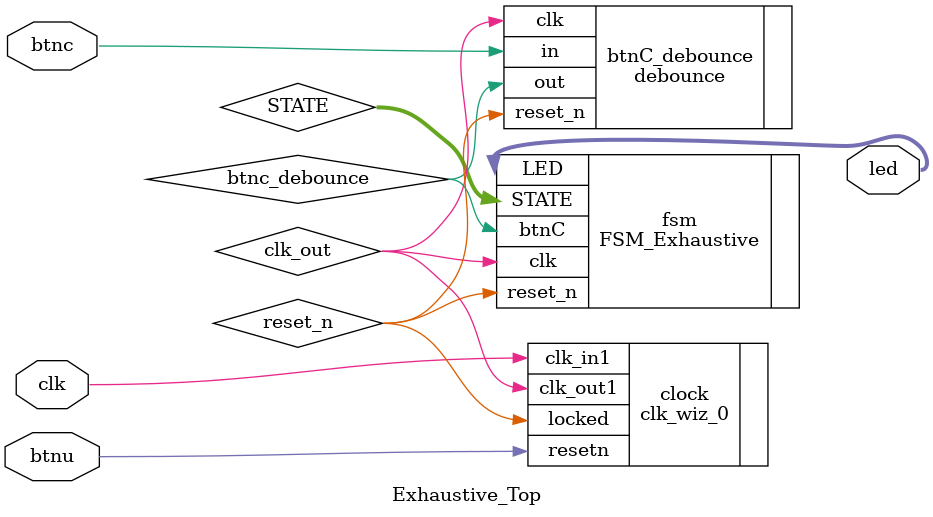
<source format=v>
`timescale 1ns / 1ps


module Exhaustive_Top(  //System of 5 Linear Terms, 10 equations
    input clk,    
    input btnc,
    input btnu,
    output [5:0] led
    );
    
    //Necessary wires/regs/params
    wire [2:0] STATE;
    parameter START = 16'b1011_0110_1001_0010; //seed variable for lfsr in fsm
    wire [15:0] lfsr_out;
    wire clk_out, reset_n;
    wire btnc_debounce;
    //instantiations 
    
    clk_wiz_0 clock(
        .clk_in1(clk),
        .clk_out1(clk_out),
        .resetn(btnu),
        .locked(reset_n)
    );
    
    debounce btnC_debounce (
    .in(btnc),
    .out(btnc_debounce),
    .clk(clk_out),
    .reset_n(reset_n)
    );
    
    
    FSM_Exhaustive #(.START(START)) fsm( // # of equations hard-coded to 10 and linear terms to X1-X5
    .btnC(btnc_debounce),
    .clk(clk_out),
    .reset_n(reset_n),
    .LED(led[5:0]),
    .STATE(STATE)
    );
    
    
endmodule

</source>
